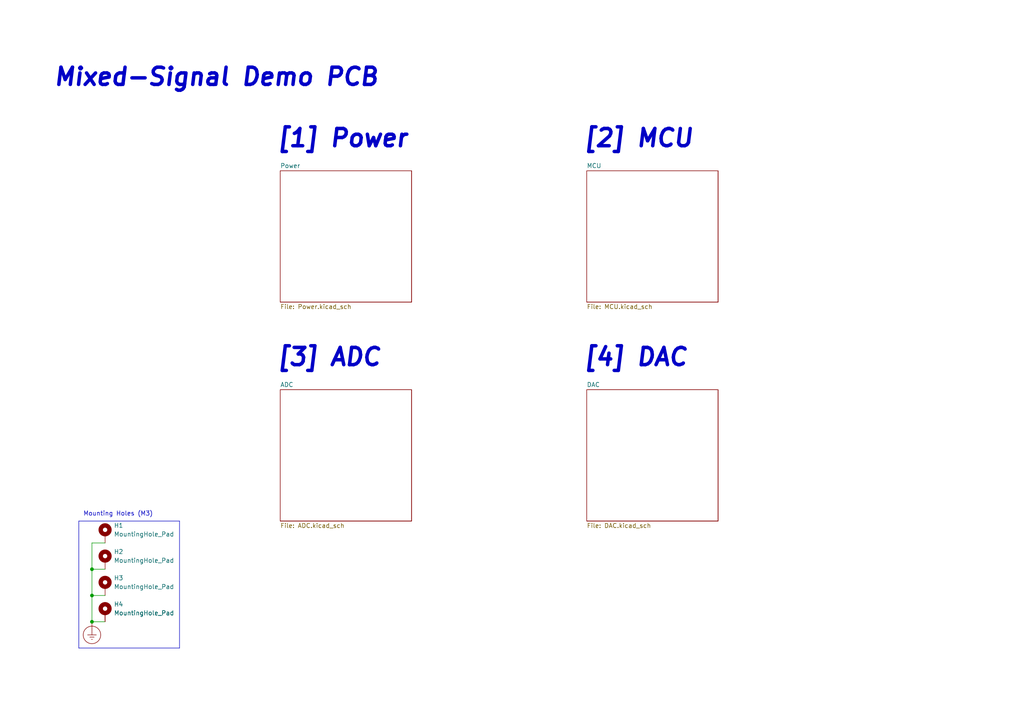
<source format=kicad_sch>
(kicad_sch (version 20230121) (generator eeschema)
  (paper "A4")
  (title_block (title "Mixed-Signal Demo PCB") (date "2022-01-04") (rev "0.1") (company "Phil's Lab"))
  (lib_symbols
    (symbol "Mechanical:MountingHole_Pad" (pin_numbers hide) (pin_names (offset 1.016) hide)
      (property "Reference" "H" (at 0 6.35 0))
      (property "Value" "MountingHole_Pad" (at 0 4.445 0))
      (symbol "MountingHole_Pad_0_1"
        (circle (center 0 1.27) (radius 1.27) (stroke (width 1.27)))
      )
      (symbol "MountingHole_Pad_1_1"
        (pin input line (at 0 -2.54 90) (length 2.54) (name "1") (number "1"))
      )
    )
    (symbol "power:Earth_Protective" (power) (pin_names (offset 0))
      (symbol "Earth_Protective_0_1"
        (circle (center 0 -3.81) (radius 2.54))
        (polyline (pts (xy -0.635 -4.445) (xy 0.635 -4.445)))
        (polyline (pts (xy -0.127 -5.08) (xy 0.127 -5.08)))
        (polyline (pts (xy 0 -3.81) (xy 0 0)))
        (polyline (pts (xy 1.27 -3.81) (xy -1.27 -3.81)))
      )
      (symbol "Earth_Protective_1_1"
        (pin power_in line (at 0 0 270) (length 0) hide (name "Earth_Protective") (number "1"))
      )
    )
  )
  (junction (at 26.67 180.34))
  (junction (at 26.67 165.1))
  (junction (at 26.67 172.72))
  (wire (pts (xy 26.67 157.48) (xy 30.48 157.48)))
  (wire (pts (xy 30.48 165.1) (xy 26.67 165.1)))
  (polyline (pts (xy 52.07 187.96) (xy 52.07 151.13)))
  (wire (pts (xy 26.67 165.1) (xy 26.67 172.72)))
  (polyline (pts (xy 22.86 151.13) (xy 22.86 187.96)))
  (polyline (pts (xy 22.86 187.96) (xy 52.07 187.96)))
  (wire (pts (xy 26.67 157.48) (xy 26.67 165.1)))
  (wire (pts (xy 30.48 180.34) (xy 26.67 180.34)))
  (wire (pts (xy 26.67 172.72) (xy 26.67 180.34)))
  (wire (pts (xy 30.48 172.72) (xy 26.67 172.72)))
  (polyline (pts (xy 22.86 151.13) (xy 52.07 151.13)))
  (text "[4] DAC" (at 168.91 106.68 0) (effects (font (size 5.0038 5.0038) (thickness 1.0008) bold italic) (justify left bottom)))
  (text "Mixed-Signal Demo PCB" (at 15.24 25.4 0) (effects (font (size 5.0038 5.0038) (thickness 1.0008) bold italic) (justify left bottom)))
  (text "[3] ADC" (at 80.01 106.68 0) (effects (font (size 5.0038 5.0038) (thickness 1.0008) bold italic) (justify left bottom)))
  (text "Mounting Holes (M3)" (at 24.13 149.86 0) (effects (font (size 1.27 1.27)) (justify left bottom)))
  (text "[2] MCU" (at 168.91 43.18 0) (effects (font (size 5.0038 5.0038) (thickness 1.0008) bold italic) (justify left bottom)))
  (text "[1] Power" (at 80.01 43.18 0) (effects (font (size 5.0038 5.0038) (thickness 1.0008) bold italic) (justify left bottom)))
  (symbol (lib_id "power:Earth_Protective") (at 26.67 180.34 0) (unit 1)
    (property "Reference" "#PWR040" (effects hide))
    (property "Value" "Earth_Protective" (effects hide))
  )
  (symbol (lib_id "Mechanical:MountingHole_Pad") (at 30.48 177.8 0) (unit 1)
    (property "Reference" "H4" (at 33.02 175.26 0) (effects (justify left)))
    (property "Value" "MountingHole_Pad" (at 33.02 177.8 0) (effects (justify left)))
    (property "Footprint" "MountingHole:MountingHole_3.2mm_M3_ISO7380_Pad" (effects hide))
  )
  (symbol (lib_id "Mechanical:MountingHole_Pad") (at 30.48 170.18 0) (unit 1)
    (property "Reference" "H3" (at 33.02 167.64 0) (effects (justify left)))
    (property "Value" "MountingHole_Pad" (at 33.02 170.18 0) (effects (justify left)))
    (property "Footprint" "MountingHole:MountingHole_3.2mm_M3_ISO7380_Pad" (effects hide))
  )
  (symbol (lib_id "Mechanical:MountingHole_Pad") (at 30.48 162.56 0) (unit 1)
    (property "Reference" "H2" (at 33.02 160.02 0) (effects (justify left)))
    (property "Value" "MountingHole_Pad" (at 33.02 162.56 0) (effects (justify left)))
    (property "Footprint" "MountingHole:MountingHole_3.2mm_M3_ISO7380_Pad" (effects hide))
  )
  (symbol (lib_id "Mechanical:MountingHole_Pad") (at 30.48 154.94 0) (unit 1)
    (property "Reference" "H1" (at 33.02 152.4 0) (effects (justify left)))
    (property "Value" "MountingHole_Pad" (at 33.02 154.94 0) (effects (justify left)))
    (property "Footprint" "MountingHole:MountingHole_3.2mm_M3_ISO7380_Pad" (effects hide))
  )
  (sheet (at 81.28 49.53) (size 38.1 38.1)
    (property "Sheetname" "Power" (at 81.28 48.8184 0) (effects (justify left bottom)))
    (property "Sheetfile" "Power.kicad_sch" (at 81.28 88.2146 0) (effects (justify left top)))
  )
  (sheet (at 170.18 49.53) (size 38.1 38.1)
    (property "Sheetname" "MCU" (at 170.18 48.8184 0) (effects (justify left bottom)))
    (property "Sheetfile" "MCU.kicad_sch" (at 170.18 88.2146 0) (effects (justify left top)))
  )
  (sheet (at 81.28 113.03) (size 38.1 38.1)
    (property "Sheetname" "ADC" (at 81.28 112.3184 0) (effects (justify left bottom)))
    (property "Sheetfile" "ADC.kicad_sch" (at 81.28 151.7146 0) (effects (justify left top)))
  )
  (sheet (at 170.18 113.03) (size 38.1 38.1)
    (property "Sheetname" "DAC" (at 170.18 112.3184 0) (effects (justify left bottom)))
    (property "Sheetfile" "DAC.kicad_sch" (at 170.18 151.7146 0) (effects (justify left top)))
  )
)
</source>
